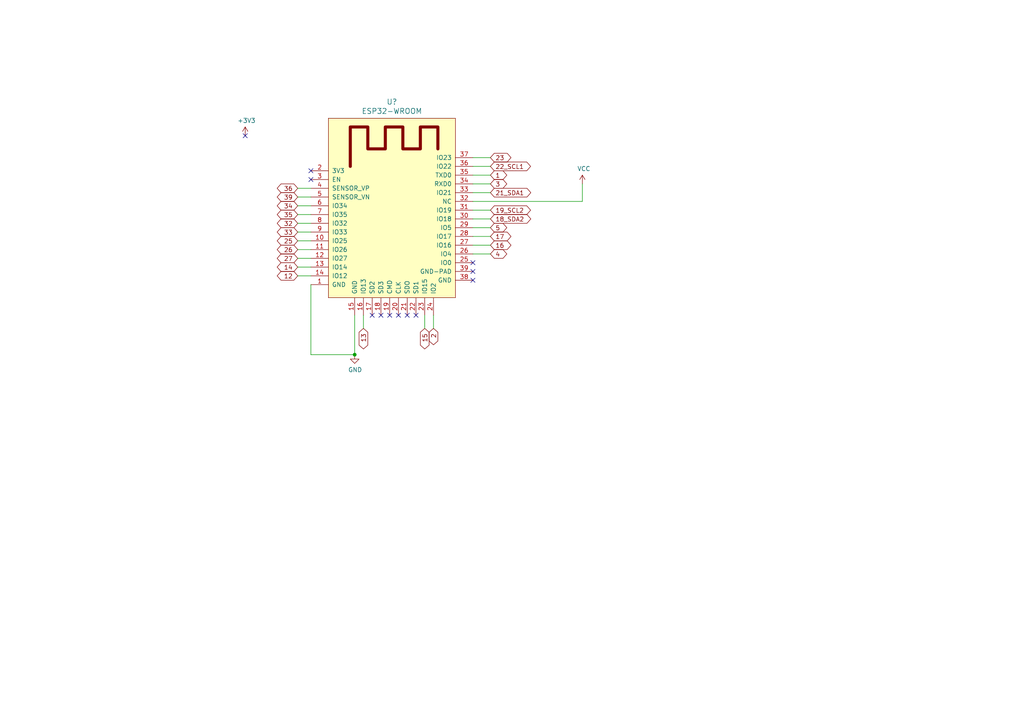
<source format=kicad_sch>
(kicad_sch (version 20211123) (generator eeschema)
  (paper "A4")
  (lib_symbols
    (symbol "Micromouse_V01-rescue:ESP32-WROOM-ESP32-footprints-Shem-Lib" (pin_names (offset 1.016))
      (property "Reference" "U" (at -17.78 31.75 0))
      (property "Value" "ESP32-WROOM-ESP32-footprints-Shem-Lib" (at 12.7 31.75 0))
      (symbol "ESP32-WROOM-ESP32-footprints-Shem-Lib_0_1"
        (rectangle (start -19.05 30.48) (end 17.78 -21.59) (fill (type background)))
        (polyline (pts (xy -12.7 16.51) (xy -12.7 27.94) (xy -7.62 27.94) (xy -7.62 21.59) (xy -2.54 21.59) (xy -2.54 27.94) (xy 2.54 27.94) (xy 2.54 21.59) (xy 7.62 21.59) (xy 7.62 27.94) (xy 12.7 27.94) (xy 12.7 21.59)) (stroke (width 0.889)))
      )
      (symbol "ESP32-WROOM-ESP32-footprints-Shem-Lib_1_1"
        (pin input line (at -24.13 -17.78 0) (length 5.08) (name "GND") (number "1"))
        (pin input line (at -24.13 -5.08 0) (length 5.08) (name "IO25") (number "10"))
        (pin input line (at -24.13 -7.62 0) (length 5.08) (name "IO26") (number "11"))
        (pin input line (at -24.13 -10.16 0) (length 5.08) (name "IO27") (number "12"))
        (pin input line (at -24.13 -12.7 0) (length 5.08) (name "IO14") (number "13"))
        (pin input line (at -24.13 -15.24 0) (length 5.08) (name "IO12") (number "14"))
        (pin input line (at -11.43 -26.67 90) (length 5.08) (name "GND") (number "15"))
        (pin input line (at -8.89 -26.67 90) (length 5.08) (name "IO13") (number "16"))
        (pin input line (at -6.35 -26.67 90) (length 5.08) (name "SD2") (number "17"))
        (pin input line (at -3.81 -26.67 90) (length 5.08) (name "SD3") (number "18"))
        (pin input line (at -1.27 -26.67 90) (length 5.08) (name "CMD") (number "19"))
        (pin input line (at -24.13 15.24 0) (length 5.08) (name "3V3") (number "2"))
        (pin input line (at 1.27 -26.67 90) (length 5.08) (name "CLK") (number "20"))
        (pin input line (at 3.81 -26.67 90) (length 5.08) (name "SDO") (number "21"))
        (pin input line (at 6.35 -26.67 90) (length 5.08) (name "SD1") (number "22"))
        (pin input line (at 8.89 -26.67 90) (length 5.08) (name "IO15") (number "23"))
        (pin input line (at 11.43 -26.67 90) (length 5.08) (name "IO2") (number "24"))
        (pin input line (at 22.86 -11.43 180) (length 5.08) (name "IO0") (number "25"))
        (pin input line (at 22.86 -8.89 180) (length 5.08) (name "IO4") (number "26"))
        (pin input line (at 22.86 -6.35 180) (length 5.08) (name "IO16") (number "27"))
        (pin input line (at 22.86 -3.81 180) (length 5.08) (name "IO17") (number "28"))
        (pin input line (at 22.86 -1.27 180) (length 5.08) (name "IO5") (number "29"))
        (pin input line (at -24.13 12.7 0) (length 5.08) (name "EN") (number "3"))
        (pin input line (at 22.86 1.27 180) (length 5.08) (name "IO18") (number "30"))
        (pin input line (at 22.86 3.81 180) (length 5.08) (name "IO19") (number "31"))
        (pin input line (at 22.86 6.35 180) (length 5.08) (name "NC") (number "32"))
        (pin input line (at 22.86 8.89 180) (length 5.08) (name "IO21") (number "33"))
        (pin input line (at 22.86 11.43 180) (length 5.08) (name "RXD0") (number "34"))
        (pin input line (at 22.86 13.97 180) (length 5.08) (name "TXD0") (number "35"))
        (pin input line (at 22.86 16.51 180) (length 5.08) (name "IO22") (number "36"))
        (pin input line (at 22.86 19.05 180) (length 5.08) (name "IO23") (number "37"))
        (pin input line (at 22.86 -16.51 180) (length 5.08) (name "GND") (number "38"))
        (pin input line (at 22.86 -13.97 180) (length 5.08) (name "GND-PAD") (number "39"))
        (pin input line (at -24.13 10.16 0) (length 5.08) (name "SENSOR_VP") (number "4"))
        (pin input line (at -24.13 7.62 0) (length 5.08) (name "SENSOR_VN") (number "5"))
        (pin input line (at -24.13 5.08 0) (length 5.08) (name "IO34") (number "6"))
        (pin input line (at -24.13 2.54 0) (length 5.08) (name "IO35") (number "7"))
        (pin input line (at -24.13 0 0) (length 5.08) (name "IO32") (number "8"))
        (pin input line (at -24.13 -2.54 0) (length 5.08) (name "IO33") (number "9"))
      )
    )
    (symbol "power:+3V3" (power) (pin_names (offset 0))
      (property "Value" "+3V3" (at 0 3.556 0))
      (symbol "+3V3_0_1"
        (polyline (pts (xy -0.762 1.27) (xy 0 2.54)))
        (polyline (pts (xy 0 0) (xy 0 2.54)))
        (polyline (pts (xy 0 2.54) (xy 0.762 1.27)))
      )
      (symbol "+3V3_1_1"
        (pin power_in line (at 0 0 90) (length 0) hide (name "+3V3") (number "1"))
      )
    )
    (symbol "power:GND" (power) (pin_names (offset 0))
      (property "Value" "GND" (at 0 -3.81 0))
      (symbol "GND_0_1"
        (polyline (pts (xy 0 0) (xy 0 -1.27) (xy 1.27 -1.27) (xy 0 -2.54) (xy -1.27 -1.27) (xy 0 -1.27)))
      )
      (symbol "GND_1_1"
        (pin power_in line (at 0 0 270) (length 0) hide (name "GND") (number "1"))
      )
    )
    (symbol "power:VCC" (power) (pin_names (offset 0))
      (property "Value" "VCC" (at 0 3.81 0))
      (symbol "VCC_0_1"
        (polyline (pts (xy -0.762 1.27) (xy 0 2.54)))
        (polyline (pts (xy 0 0) (xy 0 2.54)))
        (polyline (pts (xy 0 2.54) (xy 0.762 1.27)))
      )
      (symbol "VCC_1_1"
        (pin power_in line (at 0 0 90) (length 0) hide (name "VCC") (number "1"))
      )
    )
  )
  (junction (at 102.87 102.87))
  (no_connect (at 113.03 91.44))
  (no_connect (at 118.11 91.44))
  (no_connect (at 137.16 81.28))
  (no_connect (at 137.16 78.74))
  (no_connect (at 90.17 52.07))
  (no_connect (at 90.17 49.53))
  (no_connect (at 137.16 76.2))
  (no_connect (at 115.57 91.44))
  (no_connect (at 71.12 39.37))
  (no_connect (at 107.95 91.44))
  (no_connect (at 120.65 91.44))
  (no_connect (at 110.49 91.44))
  (wire (pts (xy 90.17 69.85) (xy 86.36 69.85)))
  (wire (pts (xy 137.16 66.04) (xy 142.24 66.04)))
  (wire (pts (xy 142.24 68.58) (xy 137.16 68.58)))
  (wire (pts (xy 142.24 73.66) (xy 137.16 73.66)))
  (wire (pts (xy 90.17 54.61) (xy 86.36 54.61)))
  (wire (pts (xy 90.17 102.87) (xy 102.87 102.87)))
  (wire (pts (xy 105.41 95.25) (xy 105.41 91.44)))
  (wire (pts (xy 137.16 53.34) (xy 142.24 53.34)))
  (wire (pts (xy 142.24 45.72) (xy 137.16 45.72)))
  (wire (pts (xy 90.17 59.69) (xy 86.36 59.69)))
  (wire (pts (xy 102.87 102.87) (xy 102.87 91.44)))
  (wire (pts (xy 142.24 55.88) (xy 137.16 55.88)))
  (wire (pts (xy 86.36 57.15) (xy 90.17 57.15)))
  (wire (pts (xy 142.24 63.5) (xy 137.16 63.5)))
  (wire (pts (xy 90.17 77.47) (xy 86.36 77.47)))
  (wire (pts (xy 90.17 82.55) (xy 90.17 102.87)))
  (wire (pts (xy 86.36 67.31) (xy 90.17 67.31)))
  (wire (pts (xy 137.16 71.12) (xy 142.24 71.12)))
  (wire (pts (xy 168.91 58.42) (xy 137.16 58.42)))
  (wire (pts (xy 137.16 60.96) (xy 142.24 60.96)))
  (wire (pts (xy 86.36 80.01) (xy 90.17 80.01)))
  (wire (pts (xy 86.36 62.23) (xy 90.17 62.23)))
  (wire (pts (xy 137.16 48.26) (xy 142.24 48.26)))
  (wire (pts (xy 90.17 72.39) (xy 86.36 72.39)))
  (wire (pts (xy 125.73 95.25) (xy 125.73 91.44)))
  (wire (pts (xy 86.36 74.93) (xy 90.17 74.93)))
  (wire (pts (xy 168.91 53.34) (xy 168.91 58.42)))
  (wire (pts (xy 142.24 50.8) (xy 137.16 50.8)))
  (wire (pts (xy 123.19 91.44) (xy 123.19 95.25)))
  (wire (pts (xy 90.17 64.77) (xy 86.36 64.77)))
  (global_label "35" (shape bidirectional) (at 86.36 62.23 180) (property "Intersheet References" "${INTERSHEET_REFS}" (effects hide)))
  (global_label "17" (shape bidirectional) (at 142.24 68.58 0) (property "Intersheet References" "${INTERSHEET_REFS}" (effects hide)))
  (global_label "18_SDA2" (shape bidirectional) (at 142.24 63.5 0) (property "Intersheet References" "${INTERSHEET_REFS}" (effects hide)))
  (global_label "26" (shape bidirectional) (at 86.36 72.39 180) (property "Intersheet References" "${INTERSHEET_REFS}" (effects hide)))
  (global_label "4" (shape bidirectional) (at 142.24 73.66 0) (property "Intersheet References" "${INTERSHEET_REFS}" (effects hide)))
  (global_label "19_SCL2" (shape bidirectional) (at 142.24 60.96 0) (property "Intersheet References" "${INTERSHEET_REFS}" (effects hide)))
  (global_label "2" (shape bidirectional) (at 125.73 95.25 270) (property "Intersheet References" "${INTERSHEET_REFS}" (effects hide)))
  (global_label "33" (shape bidirectional) (at 86.36 67.31 180) (property "Intersheet References" "${INTERSHEET_REFS}" (effects hide)))
  (global_label "23" (shape bidirectional) (at 142.24 45.72 0) (property "Intersheet References" "${INTERSHEET_REFS}" (effects hide)))
  (global_label "3" (shape bidirectional) (at 142.24 53.34 0) (property "Intersheet References" "${INTERSHEET_REFS}" (effects hide)))
  (global_label "1" (shape bidirectional) (at 142.24 50.8 0) (property "Intersheet References" "${INTERSHEET_REFS}" (effects hide)))
  (global_label "5" (shape bidirectional) (at 142.24 66.04 0) (property "Intersheet References" "${INTERSHEET_REFS}" (effects hide)))
  (global_label "34" (shape bidirectional) (at 86.36 59.69 180) (property "Intersheet References" "${INTERSHEET_REFS}" (effects hide)))
  (global_label "14" (shape bidirectional) (at 86.36 77.47 180) (property "Intersheet References" "${INTERSHEET_REFS}" (effects hide)))
  (global_label "15" (shape bidirectional) (at 123.19 95.25 270) (property "Intersheet References" "${INTERSHEET_REFS}" (effects hide)))
  (global_label "16" (shape bidirectional) (at 142.24 71.12 0) (property "Intersheet References" "${INTERSHEET_REFS}" (effects hide)))
  (global_label "39" (shape bidirectional) (at 86.36 57.15 180) (property "Intersheet References" "${INTERSHEET_REFS}" (effects hide)))
  (global_label "21_SDA1" (shape bidirectional) (at 142.24 55.88 0) (property "Intersheet References" "${INTERSHEET_REFS}" (effects hide)))
  (global_label "36" (shape bidirectional) (at 86.36 54.61 180) (property "Intersheet References" "${INTERSHEET_REFS}" (effects hide)))
  (global_label "32" (shape bidirectional) (at 86.36 64.77 180) (property "Intersheet References" "${INTERSHEET_REFS}" (effects hide)))
  (global_label "12" (shape bidirectional) (at 86.36 80.01 180) (property "Intersheet References" "${INTERSHEET_REFS}" (effects hide)))
  (global_label "22_SCL1" (shape bidirectional) (at 142.24 48.26 0) (property "Intersheet References" "${INTERSHEET_REFS}" (effects hide)))
  (global_label "25" (shape bidirectional) (at 86.36 69.85 180) (property "Intersheet References" "${INTERSHEET_REFS}" (effects hide)))
  (global_label "27" (shape bidirectional) (at 86.36 74.93 180) (property "Intersheet References" "${INTERSHEET_REFS}" (effects hide)))
  (global_label "13" (shape bidirectional) (at 105.41 95.25 270) (property "Intersheet References" "${INTERSHEET_REFS}" (effects hide)))
  (symbol (lib_id "Micromouse_V01-rescue:ESP32-WROOM-ESP32-footprints-Shem-Lib") (at 114.3 64.77 0) (unit 1)
    (property "Value" "ESP32-WROOM" (at 113.665 32.2326 0) (effects (font (size 1.524 1.524))))
    (property "Footprint" "parts:MODULE_ESP32_DEVKIT_V1" (effects hide))
  )
  (symbol (lib_id "power:GND") (at 102.87 102.87 0) (unit 1)
    (property "Reference" "#PWR0145" (effects hide))
    (property "Value" "GND" (at 102.997 107.2642 0))
  )
  (symbol (lib_id "power:+3V3") (at 71.12 39.37 0) (unit 1)
    (property "Reference" "#PWR0146" (effects hide))
    (property "Value" "+3V3" (at 71.501 34.9758 0))
  )
  (symbol (lib_id "power:VCC") (at 168.91 53.34 0) (unit 1)
    (property "Reference" "#PWR0147" (effects hide))
    (property "Value" "VCC" (at 169.3418 48.9458 0))
  )
)
</source>
